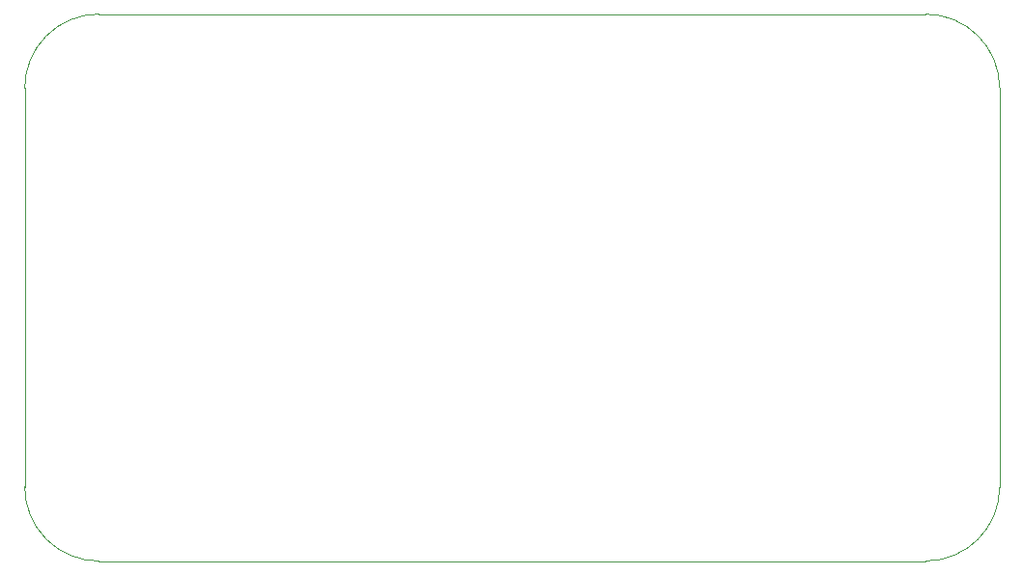
<source format=gbr>
%TF.GenerationSoftware,KiCad,Pcbnew,9.0.4*%
%TF.CreationDate,2025-09-14T05:25:08-04:00*%
%TF.ProjectId,HabitatCAN Dev Board (ESP32),48616269-7461-4744-9341-4e2044657620,3*%
%TF.SameCoordinates,Original*%
%TF.FileFunction,Profile,NP*%
%FSLAX46Y46*%
G04 Gerber Fmt 4.6, Leading zero omitted, Abs format (unit mm)*
G04 Created by KiCad (PCBNEW 9.0.4) date 2025-09-14 05:25:08*
%MOMM*%
%LPD*%
G01*
G04 APERTURE LIST*
%TA.AperFunction,Profile*%
%ADD10C,0.050000*%
%TD*%
G04 APERTURE END LIST*
D10*
X177099758Y-121997944D02*
G75*
G02*
X170599758Y-128497948I-6500008J4D01*
G01*
X91645000Y-86997944D02*
X91645000Y-121997944D01*
X177099758Y-86997944D02*
X177099758Y-121997944D01*
X170599758Y-80497944D02*
G75*
G02*
X177099756Y-86997944I-58J-6500056D01*
G01*
X170599758Y-128497944D02*
X98145000Y-128497944D01*
X98145000Y-80497940D02*
X170599758Y-80497944D01*
X91645000Y-86997944D02*
G75*
G02*
X98145000Y-80497950I6499990J4D01*
G01*
X98145000Y-128497944D02*
G75*
G02*
X91645056Y-121997944I0J6499944D01*
G01*
M02*

</source>
